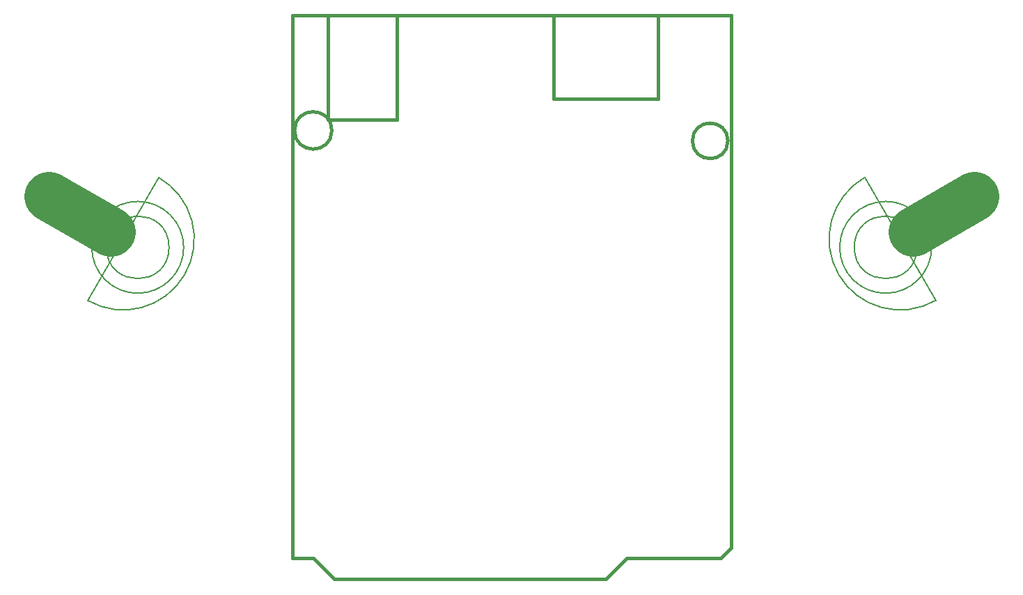
<source format=gbr>
G04 #@! TF.FileFunction,Legend,Bot*
%FSLAX46Y46*%
G04 Gerber Fmt 4.6, Leading zero omitted, Abs format (unit mm)*
G04 Created by KiCad (PCBNEW 4.0.6) date 10/20/17 10:31:55*
%MOMM*%
%LPD*%
G01*
G04 APERTURE LIST*
%ADD10C,0.300000*%
%ADD11C,0.381000*%
%ADD12C,0.150000*%
%ADD13C,6.000000*%
G04 APERTURE END LIST*
D10*
D11*
X163322000Y-42926000D02*
X163322000Y-53086000D01*
X163322000Y-53086000D02*
X150622000Y-53086000D01*
X150622000Y-53086000D02*
X150622000Y-42926000D01*
X123190000Y-55626000D02*
X123190000Y-42926000D01*
X131572000Y-42926000D02*
X131572000Y-55626000D01*
X131572000Y-55626000D02*
X123444000Y-55626000D01*
X123683845Y-56896000D02*
G75*
G03X123683845Y-56896000I-2271845J0D01*
G01*
X171827261Y-58166000D02*
G75*
G03X171827261Y-58166000I-2155261J0D01*
G01*
X159512000Y-108966000D02*
X170942000Y-108966000D01*
X170942000Y-108966000D02*
X172212000Y-107696000D01*
X172212000Y-107696000D02*
X172212000Y-42926000D01*
X118872000Y-108966000D02*
X118872000Y-42926000D01*
X118872000Y-42926000D02*
X172212000Y-42926000D01*
X159512000Y-108966000D02*
X156972000Y-111506000D01*
X156972000Y-111506000D02*
X123952000Y-111506000D01*
X123952000Y-111506000D02*
X121412000Y-108966000D01*
X121412000Y-108966000D02*
X118872000Y-108966000D01*
D12*
X102634236Y-62625004D02*
G75*
G02X105795232Y-74422000I-4318000J-7478996D01*
G01*
X105795231Y-74422000D02*
G75*
G02X93998236Y-77582995I-7478995J4318000D01*
G01*
X93998236Y-77582995D02*
X102634236Y-62625005D01*
X90177330Y-65405000D02*
X89517418Y-65024000D01*
D13*
X96776443Y-69215000D02*
X89297448Y-64897000D01*
D12*
X105664000Y-71120000D02*
G75*
G03X105664000Y-71120000I-5588000J0D01*
G01*
X103886000Y-71120000D02*
G75*
G03X103886000Y-71120000I-3810000J0D01*
G01*
X197085764Y-77582996D02*
G75*
G02X185288768Y-74422000I-4318000J7478996D01*
G01*
X185288769Y-74422000D02*
G75*
G02X188449764Y-62625005I7478995J4318000D01*
G01*
X188449764Y-62625005D02*
X197085764Y-77582995D01*
X200906670Y-65405000D02*
X201566582Y-65024000D01*
D13*
X194307557Y-69215000D02*
X201786552Y-64897000D01*
D12*
X196596000Y-71120000D02*
G75*
G03X196596000Y-71120000I-5588000J0D01*
G01*
X194818000Y-71120000D02*
G75*
G03X194818000Y-71120000I-3810000J0D01*
G01*
M02*

</source>
